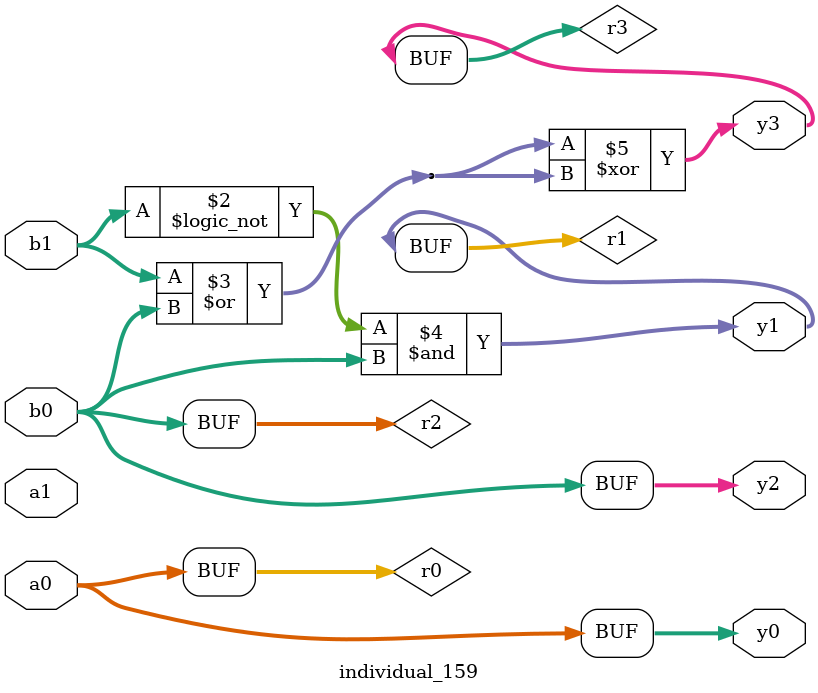
<source format=sv>
module individual_159(input logic [15:0] a1, input logic [15:0] a0, input logic [15:0] b1, input logic [15:0] b0, output logic [15:0] y3, output logic [15:0] y2, output logic [15:0] y1, output logic [15:0] y0);
logic [15:0] r0, r1, r2, r3; 
 always@(*) begin 
	 r0 = a0; r1 = a1; r2 = b0; r3 = b1; 
 	 r1 = ! r3 ;
 	 r3  |=  b0 ;
 	 r1  &=  r2 ;
 	 r3  ^=  r3 ;
 	 y3 = r3; y2 = r2; y1 = r1; y0 = r0; 
end
endmodule
</source>
